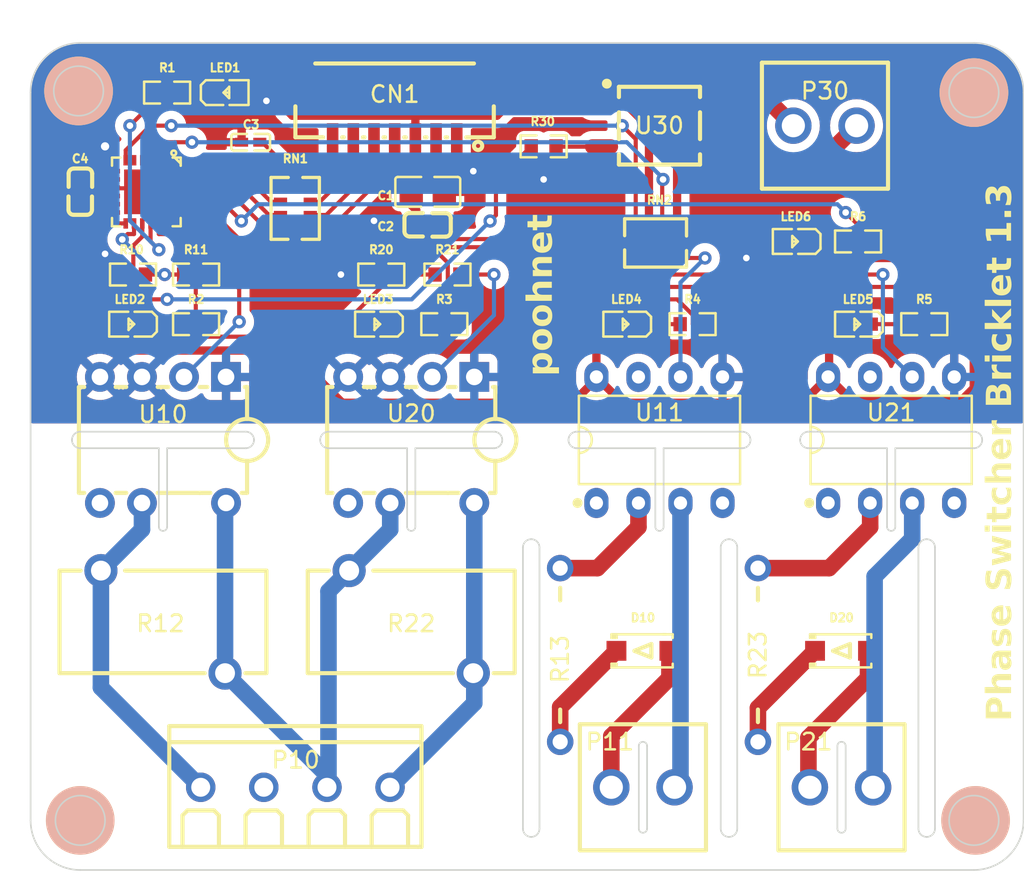
<source format=kicad_pcb>
(kicad_pcb (version 20221018) (generator pcbnew)
  (layers (0 "F.Cu" signal) (31 "B.Cu" signal) (34 "B.Paste" user) (35 "F.Paste" user) (36 "B.SilkS" user "B.Silkscreen") (37 "F.SilkS" user "F.Silkscreen") (38 "B.Mask" user) (39 "F.Mask" user) (44 "Edge.Cuts" user))
  (net 0 "")
  (net 1 "GND")
  (net 2 "3V3")
  (net 3 "S-MISO")
  (net 4 "S-MOSI")
  (net 5 "S-CLK")
  (net 6 "S-CS")
  (net 7 "Net-(LED2--)")
  (net 8 "Net-(LED3--)")
  (net 9 "LED1")
  (net 10 "LED2")
  (net 11 "LED3")
  (net 12 "Net-(C3-Pad1)")
  (net 13 "Net-(LED1--)")
  (net 14 "Net-(CN1-Pad4)")
  (net 16 "Net-(CN1-Pad5)")
  (net 17 "Net-(CN1-Pad6)")
  (net 18 "CP")
  (net 19 "Relay1")
  (net 22 "Relay2")
  (net 23 "Net-(LED4--)")
  (net 24 "LED4")
  (net 25 "Net-(LED5--)")
  (net 26 "LED5")
  (net 28 "AC1")
  (net 29 "AC2")
  (net 32 "Net-(LED6--)")
  (net 33 "LED6")
  (net 35 "Net-(U11-VF+)")
  (net 38 "Net-(U21-VF-)")
  (net 39 "Net-(U21-VF+)")
  (net 43 "Net-(D20-K)")
  (net 44 "Net-(D20-A)")
  (net 45 "Net-(D10-K)")
  (net 46 "Net-(P10-Pad1)")
  (net 47 "Net-(R11-Pad2)")
  (net 48 "Net-(P10-Pad4)")
  (net 49 "Net-(D10-A)")
  (net 50 "Net-(U11-VF-)")
  (net 51 "Net-(P30-Pad1)")
  (net 52 "Net-(P30-Pad2)")
  (net 53 "Net-(R30-Pad2)")
  (net 58 "Net-(R21-Pad2)")
  (net 59 "Net-(P10-Pad2)")
  (net 61 "Net-(U21-VO)")
  (net 62 "Net-(U11-VO)")
  (footprint "easyeda2kicad:R0603" (layer "F.Cu") (at 100 52)
    (fp_text reference "R6")
    (fp_text value "1K")
  )
  (footprint "easyeda2kicad:CONN-TH_2P-P3.81_KF124-3.81-2P" (layer "F.Cu") (at 98 45 180)
    (fp_text reference "P30")
    (fp_text value "WJ124-3.81-2P")
  )
  (footprint "easyeda2kicad:R0603" (layer "F.Cu") (at 104 57)
    (fp_text reference "R5")
    (fp_text value "1K")
  )
  (footprint "easyeda2kicad:R0603" (layer "F.Cu") (at 71.1905 54 180)
    (fp_text reference "R20")
    (fp_text value "1K")
  )
  (footprint "easyeda2kicad:LED0603-RD" (layer "F.Cu") (at 96.24 52 180)
    (fp_text reference "LED6")
    (fp_text value "blue")
  )
  (footprint "easyeda2kicad:LED0603-RD" (layer "F.Cu") (at 56.14 57 180)
    (fp_text reference "LED2")
    (fp_text value "blue" hide)
  )
  (footprint "easyeda2kicad:RES-TH_L12.5-W6.2-P7.50-D0.9-S6.20" (layer "F.Cu") (at 58 75)
    (fp_text reference "R12")
    (fp_text value "10D391K")
  )
  (footprint "easyeda2kicad:CONN-TH_2P-P3.81_KF124-3.81-2P" (layer "F.Cu") (at 99 85)
    (fp_text reference "P21")
    (fp_text value "WJ124-3.81-2P")
  )
  (footprint "easyeda2kicad:LED0603-RD" (layer "F.Cu") (at 100 57 180)
    (fp_text reference "LED5")
    (fp_text value "blue")
  )
  (footprint "easyeda2kicad:RES-ARRAY-SMD_0603-8P-L3.2-W1.6-BL" (layer "F.Cu") (at 87.765 52.1)
    (fp_text reference "RN2")
    (fp_text value "10K")
  )
  (footprint "easyeda2kicad:LED0603-RD" (layer "F.Cu") (at 86 57 180)
    (fp_text reference "LED4")
    (fp_text value "blue")
  )
  (footprint "easyeda2kicad:R0603" (layer "F.Cu") (at 60 57)
    (fp_text reference "R2")
    (fp_text value "1K")
  )
  (footprint "easyeda2kicad:R0603" (layer "F.Cu") (at 60 54)
    (fp_text reference "R11")
    (fp_text value "150")
  )
  (footprint "easyeda2kicad:DIP-8_7P-L9.7-W6.4-P2.54-LS7.6-BL-PE7" (layer "F.Cu") (at 58 64 180)
    (fp_text reference "U10")
    (fp_text value "AQH2223")
  )
  (footprint "easyeda2kicad:R0603" (layer "F.Cu") (at 81 46.25)
    (fp_text reference "R30")
    (fp_text value "1K")
  )
  (footprint "easyeda2kicad:RES-ARRAY-SMD_0603-8P-L3.2-W1.6-BL" (layer "F.Cu") (at 66 50 90)
    (fp_text reference "RN1")
    (fp_text value "CRA034RJ82RP05" hide)
  )
  (footprint "easyeda2kicad:RES-TH_BD2.2-L6.5-P10.50-D0.6" (layer "F.Cu") (at 82 77 90)
    (fp_text reference "R13")
    (fp_text value "RN1/2WS249KΩFT/BA1")
  )
  (footprint "easyeda2kicad:LED0603-RD" (layer "F.Cu") (at 71 57 180)
    (fp_text reference "LED3")
    (fp_text value "blue" hide)
  )
  (footprint "easyeda2kicad:C0805" (layer "F.Cu") (at 74 49)
    (fp_text reference "C1")
    (fp_text value "10uF")
  )
  (footprint "easyeda2kicad:R0603" (layer "F.Cu") (at 75.1905 54)
    (fp_text reference "R21")
    (fp_text value "150")
  )
  (footprint "easyeda2kicad:C0402" (layer "F.Cu") (at 63.3 46 180)
    (fp_text reference "C3")
    (fp_text value "220pF")
  )
  (footprint "easyeda2kicad:VQFN-24_L4.0-W4.0-P0.50-TL-EP2.7" (layer "F.Cu") (at 57 49 -90)
    (fp_text reference "U1" hide)
    (fp_text value "XMC1302-Q024X0032-AB")
  )
  (footprint "easyeda2kicad:R0603" (layer "F.Cu") (at 58.25 43 180)
    (fp_text reference "R1")
    (fp_text value "1K")
  )
  (footprint "easyeda2kicad:DIP-8_7P-L9.7-W6.4-P2.54-LS7.6-BL-PE7" (layer "F.Cu") (at 73 64 180)
    (fp_text reference "U20")
    (fp_text value "AQH2223")
  )
  (footprint "easyeda2kicad:RES-TH_BD2.2-L6.5-P10.50-D0.6" (layer "F.Cu") (at 93.95 77 90)
    (fp_text reference "R23")
    (fp_text value "RN1/2WS249KΩFT/BA1")
  )
  (footprint "easyeda2kicad:CONN-TH_4P-P3.81_KF124-3.81-4P" (layer "F.Cu") (at 66 85 -90)
    (fp_text reference "P10")
    (fp_text value "WJ124-3.81-4P")
  )
  (footprint "easyeda2kicad:SOP-4_L4.3-W4.4-P2.54-LS7.0-BL" (layer "F.Cu") (at 88 45 -90)
    (fp_text reference "U30")
    (fp_text value "AQY282SX")
  )
  (footprint "easyeda2kicad:CONN-TH_2P-P3.81_KF124-3.81-2P" (layer "F.Cu") (at 87 85)
    (fp_text reference "P11")
    (fp_text value "WJ124-3.81-2P")
  )
  (footprint "easyeda2kicad:CONN-SMD_7P-P1.25_HCTL_HC-GH-7PWTKK" (layer "F.Cu") (at 72 44 180)
    (fp_text reference "CN1")
    (fp_text value "HC-GH-7PWTKK")
  )
  (footprint "easyeda2kicad:LED0603-RD" (layer "F.Cu") (at 61.78 43)
    (fp_text reference "LED1")
    (fp_text value "blue" hide)
  )
  (footprint "easyeda2kicad:R0603" (layer "F.Cu") (at 75 57)
    (fp_text reference "R3")
    (fp_text value "1K")
  )
  (footprint "easyeda2kicad:DIP-8_L9.4-W6.4-P2.54-LS9.1-BL" (layer "F.Cu") (at 102 64)
    (fp_text reference "U21")
    (fp_text value "6N139M")
  )
  (footprint "easyeda2kicad:SOD-123FL_L2.8-W1.8-LS3.7-RD" (layer "F.Cu") (at 99 76.75)
    (fp_text reference "D20")
    (fp_text value "1N4007")
  )
  (footprint "easyeda2kicad:C0603" (layer "F.Cu") (at 53 49 -90)
    (fp_text reference "C4")
    (fp_text value "100nF")
  )
  (footprint "easyeda2kicad:DIP-8_L9.4-W6.4-P2.54-LS9.1-BL" (layer "F.Cu") (at 88 64)
    (fp_text reference "U11")
    (fp_text value "6N139M")
  )
  (footprint "easyeda2kicad:SOD-123FL_L2.8-W1.8-LS3.7-RD" (layer "F.Cu") (at 87 76.75)
    (fp_text reference "D10")
    (fp_text value "1N4007")
  )
  (footprint "easyeda2kicad:R0603" (layer "F.Cu") (at 90 57)
    (fp_text reference "R4")
    (fp_text value "1K")
  )
  (footprint "easyeda2kicad:RES-TH_L12.5-W6.2-P7.50-D0.9-S6.20" (layer "F.Cu") (at 73 75)
    (fp_text reference "R22")
    (fp_text value "10D391K")
  )
  (footprint "easyeda2kicad:C0603" (layer "F.Cu") (at 74 51)
    (fp_text reference "C2")
    (fp_text value "1uF" hide)
  )
  (footprint "easyeda2kicad:R0603" (layer "F.Cu") (at 56.19 54 180)
    (fp_text reference "R10")
    (fp_text value "1K")
  )
  (gr_circle (center 107.000001 42.999999) (end 109.000001 42.999999) (stroke (width 0.15)) (fill solid) (layer "B.SilkS"))
  (gr_circle (center 52.9 42.9) (end 54.9 42.9) (stroke (width 0.15)) (fill solid) (layer "B.SilkS"))
  (gr_circle (center 52.999999 87.000001) (end 54.999999 87.000001) (stroke (width 0.15)) (fill solid) (layer "B.SilkS"))
  (gr_circle (center 107.100001 87.000001) (end 109.100001 87.000001) (stroke (width 0.15)) (fill solid) (layer "B.SilkS"))
  (gr_circle (center 52.999999 87.000001) (end 54.999999 87.000001) (stroke (width 0.15)) (fill solid) (layer "F.SilkS"))
  (gr_circle (center 52.9 42.9) (end 54.9 42.9) (stroke (width 0.15)) (fill solid) (layer "F.SilkS"))
  (gr_circle (center 107.000001 42.999999) (end 109.000001 42.999999) (stroke (width 0.15)) (fill solid) (layer "F.SilkS"))
  (gr_circle (center 107.100001 87.000001) (end 109.100001 87.000001) (stroke (width 0.15)) (fill solid) (layer "F.SilkS"))
  (gr_line (start 92.2 88) (end 92.2 88) (stroke (width 0.1)) (layer "Edge.Cuts"))
  (gr_arc (start 78.5 64) (mid 78.353553 64.353553) (end 78 64.5) (stroke (width 0.1)) (layer "Edge.Cuts"))
  (gr_circle (center 107.000001 42.999999) (end 108.500001 42.999999) (stroke (width 0.1)) (fill none) (layer "Edge.Cuts"))
  (gr_arc (start 63 63.5) (mid 63.353553 63.646447) (end 63.5 64) (stroke (width 0.1)) (layer "Edge.Cuts"))
  (gr_line (start 78 64.5) (end 73.25 64.5) (stroke (width 0.1)) (layer "Edge.Cuts"))
  (gr_line (start 72.75 64.5) (end 72.75 69.25) (stroke (width 0.09906)) (layer "Edge.Cuts"))
  (gr_line (start 87.75 64.5) (end 87.75 69.25) (stroke (width 0.09906)) (layer "Edge.Cuts"))
  (gr_line (start 92.2 70) (end 92.2 70) (stroke (width 0.1)) (layer "Edge.Cuts"))
  (gr_circle (center 52.999999 87.000001) (end 54.499999 87.000001) (stroke (width 0.1)) (fill none) (layer "Edge.Cuts"))
  (gr_arc (start 83 64.5) (mid 82.646447 64.353553) (end 82.5 64) (stroke (width 0.1)) (layer "Edge.Cuts"))
  (gr_arc (start 52.5 64) (mid 52.646447 63.646447) (end 53 63.5) (stroke (width 0.1)) (layer "Edge.Cuts"))
  (gr_arc (start 80.75 87.5) (mid 80.603553 87.853553) (end 80.25 88) (stroke (width 0.1)) (layer "Edge.Cuts"))
  (gr_line (start 78.5 64) (end 78.5 64) (stroke (width 0.1)) (layer "Edge.Cuts"))
  (gr_arc (start 79.75 70.5) (mid 79.896447 70.146447) (end 80.25 70) (stroke (width 0.1)) (layer "Edge.Cuts"))
  (gr_line (start 92.7 70.5) (end 92.7 87.5) (stroke (width 0.1)) (layer "Edge.Cuts"))
  (gr_line (start 104.146447 88) (end 104.146447 88) (stroke (width 0.1)) (layer "Edge.Cuts"))
  (gr_arc (start 96.5 64) (mid 96.646447 63.646447) (end 97 63.5) (stroke (width 0.1)) (layer "Edge.Cuts"))
  (gr_arc (start 68 64.5) (mid 67.646447 64.353553) (end 67.5 64) (stroke (width 0.1)) (layer "Edge.Cuts"))
  (gr_line (start 102.25 69.25) (end 102.25 64.5) (stroke (width 0.09906)) (layer "Edge.Cuts"))
  (gr_arc (start 107 63.5) (mid 107.353553 63.646447) (end 107.5 64) (stroke (width 0.1)) (layer "Edge.Cuts"))
  (gr_arc (start 88.25 69.25) (mid 88 69.5) (end 87.75 69.25) (stroke (width 0.09906)) (layer "Edge.Cuts"))
  (gr_line (start 93.5 64) (end 93.5 64) (stroke (width 0.1)) (layer "Edge.Cuts"))
  (gr_line (start 79.75 87.5) (end 79.75 70.5) (stroke (width 0.1)) (layer "Edge.Cuts"))
  (gr_line (start 58.25 69.25) (end 58.25 64.5) (stroke (width 0.09906)) (layer "Edge.Cuts"))
  (gr_line (start 63 64.5) (end 58.25 64.5) (stroke (width 0.1)) (layer "Edge.Cuts"))
  (gr_arc (start 53 90) (mid 50.878679 89.121321) (end 50 87) (stroke (width 0.1)) (layer "Edge.Cuts"))
  (gr_circle (center 107.000001 87.000001) (end 108.500001 87.000001) (stroke (width 0.1)) (fill none) (layer "Edge.Cuts"))
  (gr_line (start 88.25 69.25) (end 88.25 64.5) (stroke (width 0.09906)) (layer "Edge.Cuts"))
  (gr_line (start 87.75 64.5) (end 83 64.5) (stroke (width 0.1)) (layer "Edge.Cuts"))
  (gr_arc (start 103.646447 70.5) (mid 103.792894 70.146447) (end 104.146447 70) (stroke (width 0.1)) (layer "Edge.Cuts"))
  (gr_arc (start 86.75 82.5) (mid 87 82.25) (end 87.25 82.5) (stroke (width 0.09906)) (layer "Edge.Cuts"))
  (gr_arc (start 92.2 88) (mid 91.846447 87.853553) (end 91.7 87.5) (stroke (width 0.1)) (layer "Edge.Cuts"))
  (gr_arc (start 63.5 64) (mid 63.353553 64.353553) (end 63 64.5) (stroke (width 0.1)) (layer "Edge.Cuts"))
  (gr_line (start 91.7 87.5) (end 91.7 70.5) (stroke (width 0.1)) (layer "Edge.Cuts"))
  (gr_arc (start 80.25 70) (mid 80.603553 70.146447) (end 80.75 70.5) (stroke (width 0.1)) (layer "Edge.Cuts"))
  (gr_line (start 80.25 88) (end 80.25 88) (stroke (width 0.1)) (layer "Edge.Cuts"))
  (gr_arc (start 93 63.5) (mid 93.353553 63.646447) (end 93.5 64) (stroke (width 0.1)) (layer "Edge.Cuts"))
  (gr_line (start 53 63.5) (end 63 63.5) (stroke (width 0.1)) (layer "Edge.Cuts"))
  (gr_line (start 68 63.5) (end 78 63.5) (stroke (width 0.1)) (layer "Edge.Cuts"))
  (gr_line (start 99.25 87.5) (end 99.25 82.5) (stroke (width 0.09906)) (layer "Edge.Cuts"))
  (gr_arc (start 104.646447 87.5) (mid 104.5 87.853553) (end 104.146447 88) (stroke (width 0.1)) (layer "Edge.Cuts"))
  (gr_arc (start 110 87) (mid 109.121321 89.121321) (end 107 90) (stroke (width 0.1)) (layer "Edge.Cuts"))
  (gr_line (start 86.75 82.5) (end 86.75 87.5) (stroke (width 0.09906)) (layer "Edge.Cuts"))
  (gr_arc (start 80.25 88) (mid 79.896447 87.853553) (end 79.75 87.5) (stroke (width 0.1)) (layer "Edge.Cuts"))
  (gr_arc (start 98.75 82.5) (mid 99 82.25) (end 99.25 82.5) (stroke (width 0.09906)) (layer "Edge.Cuts"))
  (gr_line (start 53 90) (end 107 90) (stroke (width 0.1)) (layer "Edge.Cuts"))
  (gr_line (start 80.25 70) (end 80.25 70) (stroke (width 0.1)) (layer "Edge.Cuts"))
  (gr_arc (start 107 40) (mid 109.121321 40.878679) (end 110 43) (stroke (width 0.1)) (layer "Edge.Cuts"))
  (gr_arc (start 104.146447 70) (mid 104.5 70.146447) (end 104.646447 70.5) (stroke (width 0.1)) (layer "Edge.Cuts"))
  (gr_line (start 83 63.5) (end 93 63.5) (stroke (width 0.1)) (layer "Edge.Cuts"))
  (gr_line (start 96.5 64) (end 96.5 64) (stroke (width 0.1)) (layer "Edge.Cuts"))
  (gr_line (start 98.75 82.5) (end 98.75 87.5) (stroke (width 0.09906)) (layer "Edge.Cuts"))
  (gr_arc (start 104.146447 88) (mid 103.792894 87.853553) (end 103.646447 87.5) (stroke (width 0.1)) (layer "Edge.Cuts"))
  (gr_line (start 63.5 64) (end 63.5 64) (stroke (width 0.1)) (layer "Edge.Cuts"))
  (gr_line (start 50 43) (end 50 87) (stroke (width 0.1)) (layer "Edge.Cuts"))
  (gr_line (start 87.25 87.5) (end 87.25 82.5) (stroke (width 0.09906)) (layer "Edge.Cuts"))
  (gr_line (start 104.146447 70) (end 104.146447 70) (stroke (width 0.1)) (layer "Edge.Cuts"))
  (gr_arc (start 78 63.5) (mid 78.353553 63.646447) (end 78.5 64) (stroke (width 0.1)) (layer "Edge.Cuts"))
  (gr_arc (start 87.25 87.5) (mid 87 87.75) (end 86.75 87.5) (stroke (width 0.09906)) (layer "Edge.Cuts"))
  (gr_arc (start 50 43) (mid 50.878679 40.878679) (end 53 40) (stroke (width 0.1)) (layer "Edge.Cuts"))
  (gr_arc (start 107.5 64) (mid 107.353553 64.353553) (end 107 64.5) (stroke (width 0.1)) (layer "Edge.Cuts"))
  (gr_arc (start 93.5 64) (mid 93.353553 64.353553) (end 93 64.5) (stroke (width 0.1)) (layer "Edge.Cuts"))
  (gr_line (start 52.5 64) (end 52.5 64) (stroke (width 0.1)) (layer "Edge.Cuts"))
  (gr_line (start 73.25 69.25) (end 73.25 64.5) (stroke (width 0.09906)) (layer "Edge.Cuts"))
  (gr_line (start 82.5 64) (end 82.5 64) (stroke (width 0.1)) (layer "Edge.Cuts"))
  (gr_line (start 107.5 64) (end 107.5 64) (stroke (width 0.1)) (layer "Edge.Cuts"))
  (gr_line (start 103.646447 87.5) (end 103.646447 70.5) (stroke (width 0.1)) (layer "Edge.Cuts"))
  (gr_line (start 101.75 64.5) (end 97 64.5) (stroke (width 0.1)) (layer "Edge.Cuts"))
  (gr_arc (start 67.5 64) (mid 67.646447 63.646447) (end 68 63.5) (stroke (width 0.1)) (layer "Edge.Cuts"))
  (gr_line (start 104.646447 70.5) (end 104.646447 87.5) (stroke (width 0.1)) (layer "Edge.Cuts"))
  (gr_line (start 93 64.5) (end 88.25 64.5) (stroke (width 0.1)) (layer "Edge.Cuts"))
  (gr_arc (start 97 64.5) (mid 96.646447 64.353553) (end 96.5 64) (stroke (width 0.1)) (layer "Edge.Cuts"))
  (gr_arc (start 102.25 69.25) (mid 102 69.5) (end 101.75 69.25) (stroke (width 0.09906)) (layer "Edge.Cuts"))
  (gr_line (start 107 64.5) (end 102.25 64.5) (stroke (width 0.1)) (layer "Edge.Cuts"))
  (gr_arc (start 73.25 69.25) (mid 73 69.5) (end 72.75 69.25) (stroke (width 0.09906)) (layer "Edge.Cuts"))
  (gr_line (start 53 40) (end 107 40) (stroke (width 0.1)) (layer "Edge.Cuts"))
  (gr_arc (start 92.7 87.5) (mid 92.553553 87.853553) (end 92.2 88) (stroke (width 0.1)) (layer "Edge.Cuts"))
  (gr_line (start 101.75 64.5) (end 101.75 69.25) (stroke (width 0.09906)) (layer "Edge.Cuts"))
  (gr_arc (start 91.7 70.5) (mid 91.846447 70.146447) (end 92.2 70) (stroke (width 0.1)) (layer "Edge.Cuts"))
  (gr_arc (start 99.25 87.5) (mid 99 87.75) (end 98.75 87.5) (stroke (width 0.09906)) (layer "Edge.Cuts"))
  (gr_arc (start 58.25 69.25) (mid 58 69.5) (end 57.75 69.25) (stroke (width 0.09906)) (layer "Edge.Cuts"))
  (gr_line (start 80.75 70.5) (end 80.75 87.5) (stroke (width 0.1)) (layer "Edge.Cuts"))
  (gr_line (start 72.75 64.5) (end 68 64.5) (stroke (width 0.1)) (layer "Edge.Cuts"))
  (gr_arc (start 92.2 70) (mid 92.553553 70.146447) (end 92.7 70.5) (stroke (width 0.1)) (layer "Edge.Cuts"))
  (gr_line (start 67.5 64) (end 67.5 64) (stroke (width 0.1)) (layer "Edge.Cuts"))
  (gr_line (start 97 63.5) (end 107 63.5) (stroke (width 0.1)) (layer "Edge.Cuts"))
  (gr_circle (center 52.9 42.9) (end 54.4 42.9) (stroke (width 0.1)) (fill none) (layer "Edge.Cuts"))
  (gr_line (start 110 43) (end 110 87) (stroke (width 0.1)) (layer "Edge.Cuts"))
  (gr_arc (start 82.5 64) (mid 82.646447 63.646447) (end 83 63.5) (stroke (width 0.1)) (layer "Edge.Cuts"))
  (gr_line (start 57.75 64.5) (end 53 64.5) (stroke (width 0.1)) (layer "Edge.Cuts"))
  (gr_arc (start 53 64.5) (mid 52.646447 64.353553) (end 52.5 64) (stroke (width 0.1)) (layer "Edge.Cuts"))
  (gr_line (start 57.75 64.5) (end 57.75 69.25) (stroke (width 0.09906)) (layer "Edge.Cuts"))
  (gr_text "poohnet" (at 81.75 55.25 90) (layer "F.SilkS") (effects (font (size 1.5 1.5) (thickness 0.3) bold) (justify bottom)))
  (gr_text "Phase Switcher Bricklet 1.3" (at 109.5 64.75 90) (layer "F.SilkS") (effects (font (size 1.5 1.5) (thickness 0.3) bold) (justify bottom)))
  (segment (start 54.672773 48.785) (end 56.785 48.785) (width 0.25) (layer "F.Cu") (net 1))
  (segment (start 70.1686 54) (end 70.4405 54) (width 0.25) (layer "F.Cu") (net 1))
  (segment (start 54.5 46.25) (end 53 47.75) (width 0.5) (layer "F.Cu") (net 1))
  (segment (start 74.5 48.5) (end 74.5 45.75) (width 0.5) (layer "F.Cu") (net 1))
  (segment (start 53 48.3) (end 54.187773 48.3) (width 0.5) (layer "F.Cu") (net 1))
  (segment (start 75 49) (end 74.5 48.5) (width 0.5) (layer "F.Cu") (net 1))
  (segment (start 53 47.75) (end 53 48.3) (width 0.5) (layer "F.Cu") (net 1))
  (segment (start 64.25 43.5) (end 62.75 45) (width 0.5) (layer "F.Cu") (net 1))
  (segment (start 54.5 52.75) (end 54.5 53.06) (width 0.5) (layer "F.Cu") (net 1))
  (segment (start 68.75 54) (end 70.4405 54) (width 0.5) (layer "F.Cu") (net 1))
  (segment (start 62.75 45) (end 62.75 46) (width 0.5) (layer "F.Cu") (net 1))
  (segment (start 54.187773 48.3) (end 54.672773 48.785) (width 0.25) (layer "F.Cu") (net 1))
  (segment (start 56.785 48.785) (end 57 49) (width 0.25) (layer "F.Cu") (net 1))
  (segment (start 54.5 53.06) (end 55.44 54) (width 0.5) (layer "F.Cu") (net 1))
  (via (at 54.5 46.25) (size 1) (drill 0.5) (layers "F.Cu" "B.Cu") (net 1))
  (via (at 81 48.25) (size 0.8) (drill 0.4) (layers "F.Cu" "B.Cu") (net 1))
  (via (at 68.75 54) (size 0.8) (drill 0.4) (layers "F.Cu" "B.Cu") (net 1))
  (via (at 64.25 43.5) (size 0.8) (drill 0.4) (layers "F.Cu" "B.Cu") (net 1))
  (via (at 76.75 47.75) (size 0.8) (drill 0.4) (layers "F.Cu" "B.Cu") (net 1))
  (via (at 54.5 52.75) (size 0.8) (drill 0.4) (layers "F.Cu" "B.Cu") (net 1))
  (via (at 93.25 53) (size 0.8) (drill 0.4) (layers "F.Cu" "B.Cu") (net 1))
  (via (at 70.75 50.75) (size 0.8) (drill 0.4) (layers "F.Cu" "B.Cu") (net 1))
  (segment (start 84.19 60.31) (end 82.75 61.75) (width 0.5) (layer "F.Cu") (net 2))
  (segment (start 98.25 60.13) (end 98.19 60.19) (width 0.5) (layer "F.Cu") (net 2))
  (segment (start 70.2 57.05) (end 68.6561 58.5939) (width 0.5) (layer "F.Cu") (net 2))
  (segment (start 53 55.0859) (end 53 50) (width 0.5) (layer "F.Cu") (net 2))
  (segment (start 106.99 60.858772) (end 106.298772 61.55) (width 0.5) (layer "F.Cu") (net 2))
  (segment (start 65.47 44.05) (end 65.47 42.97) (width 0.5) (layer "F.Cu") (net 2))
  (segment (start 96.44 53) (end 102.75 53) (width 0.5) (layer "F.Cu") (net 2))
  (segment (start 86 43.73) (end 87.365 45.095) (width 0.5) (layer "F.Cu") (net 2))
  (segment (start 73 49) (end 73 47.8731) (width 0.5) (layer "F.Cu") (net 2))
  (segment (start 65.8181 44.3981) (end 65.47 44.05) (width 0.5) (layer "F.Cu") (net 2))
  (segment (start 94.64 51.2) (end 95.44 52) (width 0.5) (layer "F.Cu") (net 2))
  (segment (start 73.25 45.75) (end 73.25 44.3981) (width 0.5) (layer "F.Cu") (net 2))
  (segment (start 99.2 57) (end 98.25 57.95) (width 0.5) (layer "F.Cu") (net 2))
  (segment (start 84.19 60.19) (end 84.19 60.31) (width 0.5) (layer "F.Cu") (net 2))
  (segment (start 89.065 51.1) (end 88.965 51.2) (width 0.5) (layer "F.Cu") (net 2))
  (segment (start 62.58 43) (end 61.33 41.75) (width 0.5) (layer "F.Cu") (net 2))
  (segment (start 87.365 45.095) (end 87.365 51.2) (width 0.5) (layer "F.Cu") (net 2))
  (segment (start 65.75 58.669) (end 65.75 58.5939) (width 0.5) (layer "F.Cu") (net 2))
  (segment (start 85.2 57.05) (end 84.19 58.06) (width 0.5) (layer "F.Cu") (net 2))
  (segment (start 54.3246 49.25) (end 55.09 49.25) (width 0.2798) (layer "F.Cu") (net 2))
  (segment (start 73 47.8731) (end 73.25 47.6231) (width 0.5) (layer "F.Cu") (net 2))
  (segment (start 55.34 57.4259) (end 53 55.0859) (width 0.5) (layer "F.Cu") (net 2))
  (segment (start 55.34 57.8519) (end 55.34 57.4259) (width 0.5) (layer "F.Cu") (net 2))
  (segment (start 68.831 61.75) (end 65.75 58.669) (width 0.5) (layer "F.Cu") (net 2))
  (segment (start 51.75 46.75) (end 51.75 49.25) (width 0.5) (layer "F.Cu") (net 2))
  (segment (start 65 42.5) (end 63.08 42.5) (width 0.5) (layer "F.Cu") (net 2))
  (segment (start 99.55 61.55) (end 98.19 60.19) (width 0.5) (layer "F.Cu") (net 2))
  (segment (start 73.3 51) (end 73.3 50.0981) (width 0.5) (layer "F.Cu") (net 2))
  (segment (start 54.3246 49.25) (end 53.75 49.25) (width 0.5) (layer "F.Cu") (net 2))
  (segment (start 55.34 57) (end 55.34 57.4259) (width 0.5) (layer "F.Cu") (net 2))
  (segment (start 106.99 57.24) (end 106.99 60.858772) (width 0.5) (layer "F.Cu") (net 2))
  (segment (start 85.75 61.75) (end 96.63 61.75) (width 0.5) (layer "F.Cu") (net 2))
  (segment (start 73.25 47.6231) (end 73.25 45.75) (width 0.5) (layer "F.Cu") (net 2))
  (segment (start 73.25 44.3981) (end 65.8181 44.3981) (width 0.5) (layer "F.Cu") (net 2))
  (segment (start 96.63 61.75) (end 98.19 60.19) (width 0.5) (layer "F.Cu") (net 2))
  (segment (start 95.44 52) (end 96.44 53) (width 0.5) (layer "F.Cu") (net 2))
  (segment (start 51.75 49.25) (end 52.2 49.7) (width 0.5) (layer "F.Cu") (net 2))
  (segment (start 73 49.7981) (end 73 49) (width 0.5) (layer "F.Cu") (net 2))
  (segment (start 63.08 42.5) (end 62.58 43) (width 0.5) (layer "F.Cu") (net 2))
  (segment (start 84.19 60.19) (end 85.75 61.75) (width 0.5) (layer "F.Cu") (net 2))
  (segment (start 61.33 41.75) (end 56.75 41.75) (width 0.5) (layer "F.Cu") (net 2))
  (segment (start 89.065 46.795) (end 89.065 51.1) (width 0.5) (layer "F.Cu") (net 2))
  (segment (start 68.6561 58.5939) (end 56.082 58.5939) (width 0.5) (layer "F.Cu") (net 2))
  (segment (start 56.082 58.5939) (end 55.34 57.8519) (width 0.5) (layer "F.Cu") (net 2))
  (segment (start 85.2 57) (end 85.2 57.05) (width 0.5) (layer "F.Cu") (net 2))
  (segment (start 84.5 43.73) (end 86 43.73) (width 0.5) (layer "F.Cu") (net 2))
  (segment (start 84.5 43.73) (end 78.85 43.73) (width 0.5) (layer "F.Cu") (net 2))
  (segment (start 65.47 42.97) (end 65 42.5) (width 0.5) (layer "F.Cu") (net 2))
  (segment (start 73.3 50.0981) (end 73 49.7981) (width 0.5) (layer "F.Cu") (net 2))
  (segment (start 87.365 45.095) (end 89.065 46.795) (width 0.5) (layer "F.Cu") (net 2))
  (segment (start 53.75 49.25) (end 53 50) (width 0.5) (layer "F.Cu") (net 2))
  (segment (start 84.19 58.06) (end 84.19 60.19) (width 0.5) (layer "F.Cu") (net 2))
  (segment (start 82.75 61.75) (end 68.831 61.75) (width 0.5) (layer "F.Cu") (net 2))
  (segment (start 102.75 53) (end 106.99 57.24) (width 0.5) (layer "F.Cu") (net 2))
  (segment (start 53 50) (end 53 49.7) (width 0.5) (layer "F.Cu") (net 2))
  (segment (start 98.25 57.95) (end 98.25 60.13) (width 0.5) (layer "F.Cu") (net 2))
  (segment (start 78.1819 44.3981) (end 73.25 44.3981) (width 0.5) (layer "F.Cu") (net 2))
  (segment (start 88.965 51.2) (end 94.64 51.2) (width 0.5) (layer "F.Cu") (net 2))
  (segment (start 56.75 41.75) (end 51.75 46.75) (width 0.5) (layer "F.Cu") (net 2))
  (segment (start 70.2 57) (end 70.2 57.05) (width 0.5) (layer "F.Cu") (net 2))
  (segment (start 106.298772 61.55) (end 99.55 61.55) (width 0.5) (layer "F.Cu") (net 2))
  (segment (start 78.85 43.73) (end 78.1819 44.3981) (width 0.5) (layer "F.Cu") (net 2))
  (segment (start 52.2 49.7) (end 53 49.7) (width 0.5) (layer "F.Cu") (net 2))
  (segment (start 58.25 47.09) (end 63.09 47.09) (width 0.25) (layer "F.Cu") (net 3))
  (segment (start 64.8 48.8) (end 65.1 48.8) (width 0.25) (layer "F.Cu") (net 3))
  (segment (start 63.09 47.09) (end 64.8 48.8) (width 0.25) (layer "F.Cu") (net 3))
  (segment (start 58.91 47.75) (end 62.675 47.75) (width 0.25) (layer "F.Cu") (net 4))
  (segment (start 62.675 47.75) (end 64.525 49.6) (width 0.25) (layer "F.Cu") (net 4))
  (segment (start 64.525 49.6) (end 65.1 49.6) (width 0.25) (layer "F.Cu") (net 4))
  (segment (start 64.4 50.4) (end 65.1 50.4) (width 0.25) (layer "F.Cu") (net 5))
  (segment (start 58.91 48.25) (end 62.25 48.25) (width 0.25) (layer "F.Cu") (net 5))
  (segment (start 62.25 48.25) (end 64.4 50.4) (width 0.25) (layer "F.Cu") (net 5))
  (segment (start 64.2 51.2) (end 65.1 51.2) (width 0.25) (layer "F.Cu") (net 6))
  (segment (start 58.91 48.75) (end 61.75 48.75) (width 0.25) (layer "F.Cu") (net 6))
  (segment (start 61.75 48.75) (end 64.2 51.2) (width 0.25) (layer "F.Cu") (net 6))
  (segment (start 56.94 57) (end 59.25 57) (width 0.25) (layer "F.Cu") (net 7))
  (segment (start 71.8 57) (end 74.25 57) (width 0.25) (layer "F.Cu") (net 8))
  (segment (start 57.5 43.5) (end 57.5 43) (width 0.25) (layer "F.Cu") (net 9))
  (segment (start 56 45) (end 57.5 43.5) (width 0.25) (layer "F.Cu") (net 9))
  (segment (start 57.25 52) (end 57.25 50.91) (width 0.25) (layer "F.Cu") (net 9))
  (segment (start 57.75 52.5) (end 57.25 52) (width 0.25) (layer "F.Cu") (net 9))
  (via (at 56 45) (size 0.8) (drill 0.4) (layers "F.Cu" "B.Cu") (net 9))
  (via (at 57.75 52.5) (size 0.8) (drill 0.4) (layers "F.Cu" "B.Cu") (net 9))
  (segment (start 56 50.75) (end 57.75 52.5) (width 0.25) (layer "B.Cu") (net 9))
  (segment (start 56 45) (end 56 50.75) (width 0.25) (layer "B.Cu") (net 9))
  (segment (start 59.9819 52.2319) (end 59.9819 56.2319) (width 0.25) (layer "F.Cu") (net 10))
  (segment (start 57.75 51.5519) (end 59.3019 51.5519) (width 0.25) (layer "F.Cu") (net 10))
  (segment (start 59.3019 51.5519) (end 59.9819 52.2319) (width 0.25) (layer "F.Cu") (net 10))
  (segment (start 57.75 50.91) (end 57.75 51.5519) (width 0.25) (layer "F.Cu") (net 10))
  (segment (start 59.9819 56.2319) (end 60.75 57) (width 0.25) (layer "F.Cu") (net 10))
  (segment (start 75.2105 53.285) (end 75.2105 56.4605) (width 0.25) (layer "F.Cu") (net 11))
  (segment (start 58.25 50.91) (end 60.023604 50.91) (width 0.25) (layer "F.Cu") (net 11))
  (segment (start 60.023604 50.91) (end 61.910204 52.7966) (width 0.25) (layer "F.Cu") (net 11))
  (segment (start 75.2105 56.4605) (end 75.75 57) (width 0.25) (layer "F.Cu") (net 11))
  (segment (start 74.7221 52.7966) (end 75.2105 53.285) (width 0.25) (layer "F.Cu") (net 11))
  (segment (start 61.910204 52.7966) (end 74.7221 52.7966) (width 0.25) (layer "F.Cu") (net 11))
  (segment (start 68.25 45.75) (end 68.25 47.6) (width 0.25) (layer "F.Cu") (net 12))
  (segment (start 67.05 48.8) (end 66.9 48.8) (width 0.25) (layer "F.Cu") (net 12))
  (segment (start 64 46) (end 66.8 48.8) (width 0.25) (layer "F.Cu") (net 12))
  (segment (start 66.8 48.8) (end 66.9 48.8) (width 0.25) (layer "F.Cu") (net 12))
  (segment (start 68.25 47.6) (end 67.05 48.8) (width 0.25) (layer "F.Cu") (net 12))
  (segment (start 63.85 46) (end 64 46) (width 0.25) (layer "F.Cu") (net 12))
  (segment (start 60.98 43) (end 59 43) (width 0.25) (layer "F.Cu") (net 13))
  (segment (start 72 47.36345) (end 68.16345 51.2) (width 0.25) (layer "F.Cu") (net 14))
  (segment (start 72 45.75) (end 72 47.36345) (width 0.25) (layer "F.Cu") (net 14))
  (segment (start 68.16345 51.2) (end 66.9 51.2) (width 0.25) (layer "F.Cu") (net 14))
  (segment (start 67.86345 50.4) (end 70.75 47.51345) (width 0.25) (layer "F.Cu") (net 16))
  (segment (start 70.75 47.51345) (end 70.75 45.75) (width 0.25) (layer "F.Cu") (net 16))
  (segment (start 66.9 50.4) (end 67.86345 50.4) (width 0.25) (layer "F.Cu") (net 16))
  (segment (start 67.475 49.6) (end 66.9 49.6) (width 0.25) (layer "F.Cu") (net 17))
  (segment (start 69.5 45.75) (end 69.5 47.575) (width 0.25) (layer "F.Cu") (net 17))
  (segment (start 69.5 47.575) (end 67.475 49.6) (width 0.25) (layer "F.Cu") (net 17))
  (segment (start 78.1188 48.3812) (end 80.25 46.25) (width 0.25) (layer "F.Cu") (net 18))
  (segment (start 56.2081 54.7531) (end 56.2081 52.2465) (width 0.25) (layer "F.Cu") (net 18))
  (segment (start 56.75 51.7046) (end 56.75 50.91) (width 0.25) (layer "F.Cu") (net 18))
  (segment (start 77.76445 50.76445) (end 78.1188 50.4101) (width 0.25) (layer "F.Cu") (net 18))
  (segment (start 56.2081 52.2465) (end 56.75 51.7046) (width 0.25) (layer "F.Cu") (net 18))
  (segment (start 56.955 55.5) (end 56.2081 54.7531) (width 0.25) (layer "F.Cu") (net 18))
  (segment (start 58.25 55.5) (end 56.955 55.5) (width 0.25) (layer "F.Cu") (net 18))
  (segment (start 78.1188 50.4101) (end 78.1188 48.3812) (width 0.25) (layer "F.Cu") (net 18))
  (via (at 58.25 55.5) (size 0.8) (drill 0.4) (layers "F.Cu" "B.Cu") (net 18))
  (via (at 77.76445 50.76445) (size 0.8) (drill 0.4) (layers "F.Cu" "B.Cu") (net 18))
  (segment (start 58.25 55.5) (end 73.0289 55.5) (width 0.25) (layer "B.Cu") (net 18))
  (segment (start 73.0289 55.5) (end 77.76445 50.76445) (width 0.25) (layer "B.Cu") (net 18))
  (segment (start 56.25 50.91) (end 56.25 51.5519) (width 0.25) (layer "F.Cu") (net 19))
  (segment (start 56.94 54) (end 57.6719 54) (width 0.25) (layer "F.Cu") (net 19))
  (segment (start 59.25 54) (end 58.5181 54) (width 0.25) (layer "F.Cu") (net 19))
  (segment (start 56.25 51.5519) (end 55.8663 51.5519) (width 0.25) (layer "F.Cu") (net 19))
  (segment (start 55.8663 51.5519) (end 55.5396 51.8786) (width 0.25) (layer "F.Cu") (net 19))
  (segment (start 57.6719 54) (end 58.1003 54) (width 0.25) (layer "F.Cu") (net 19))
  (segment (start 58.1003 54) (end 58.5181 54) (width 0.25) (layer "F.Cu") (net 19))
  (via (at 55.5396 51.8786) (size 0.8) (drill 0.4) (layers "F.Cu" "B.Cu") (net 19))
  (via (at 58.1003 54) (size 0.8) (drill 0.4) (layers "F.Cu" "B.Cu") (net 19))
  (segment (start 57.661 54) (end 55.5396 51.8786) (width 0.25) (layer "B.Cu") (net 19))
  (segment (start 58.1003 54) (end 57.661 54) (width 0.25) (layer "B.Cu") (net 19))
  (segment (start 56.14 56.35) (end 56.14 57.466) (width 0.25) (layer "F.Cu") (net 22))
  (segment (start 68.1836 57.7569) (end 71.9405 54) (width 0.25) (layer "F.Cu") (net 22))
  (segment (start 55.75 50.91) (end 54.09 50.91) (width 0.25) (layer "F.Cu") (net 22))
  (segment (start 54.09 50.91) (end 53.75 51.25) (width 0.25) (layer "F.Cu") (net 22))
  (segment (start 56.4309 57.7569) (end 68.1836 57.7569) (width 0.25) (layer "F.Cu") (net 22))
  (segment (start 71.9405 54) (end 74.4405 54) (width 0.25) (layer "F.Cu") (net 22))
  (segment (start 53.75 53.96) (end 56.14 56.35) (width 0.25) (layer "F.Cu") (net 22))
  (segment (start 53.75 51.25) (end 53.75 53.96) (width 0.25) (layer "F.Cu") (net 22))
  (segment (start 56.14 57.466) (end 56.4309 57.7569) (width 0.25) (layer "F.Cu") (net 22))
  (segment (start 86.8 57) (end 89.25 57) (width 0.25) (layer "F.Cu") (net 23))
  (segment (start 89.067 55.5) (end 85.75 55.5) (width 0.25) (layer "F.Cu") (net 24))
  (segment (start 85.75 55.5) (end 82.5966 52.3466) (width 0.25) (layer "F.Cu") (net 24))
  (segment (start 90.75 57) (end 90.0181 57) (width 0.25) (layer "F.Cu") (net 24))
  (segment (start 60.25 50.25) (end 58.91 50.25) (width 0.25) (layer "F.Cu") (net 24))
  (segment (start 62.3466 52.3466) (end 60.25 50.25) (width 0.25) (layer "F.Cu") (net 24))
  (segment (start 90.0181 56.4511) (end 89.067 55.5) (width 0.25) (layer "F.Cu") (net 24))
  (segment (start 82.5966 52.3466) (end 62.3466 52.3466) (width 0.25) (layer "F.Cu") (net 24))
  (segment (start 90.0181 57) (end 90.0181 56.4511) (width 0.25) (layer "F.Cu") (net 24))
  (segment (start 100.8 57) (end 103.25 57) (width 0.25) (layer "F.Cu") (net 25))
  (segment (start 102.317 54.75) (end 85.8116 54.75) (width 0.25) (layer "F.Cu") (net 26))
  (segment (start 82.9186 51.857) (end 62.607 51.857) (width 0.25) (layer "F.Cu") (net 26))
  (segment (start 104.75 57) (end 104.567 57) (width 0.25) (layer "F.Cu") (net 26))
  (segment (start 104.567 57) (end 102.317 54.75) (width 0.25) (layer "F.Cu") (net 26))
  (segment (start 85.8116 54.75) (end 82.9186 51.857) (width 0.25) (layer "F.Cu") (net 26))
  (segment (start 60.5 49.75) (end 58.91 49.75) (width 0.25) (layer "F.Cu") (net 26))
  (segment (start 62.607 51.857) (end 60.5 49.75) (width 0.25) (layer "F.Cu") (net 26))
  (segment (start 57.75 46) (end 57.25 46.5) (width 0.25) (layer "F.Cu") (net 28))
  (segment (start 88.215 48.25) (end 88.165 48.3) (width 0.25) (layer "F.Cu") (net 28))
  (segment (start 59.75 46) (end 57.75 46) (width 0.25) (layer "F.Cu") (net 28))
  (segment (start 88.165 48.3) (end 88.165 51.2) (width 0.25) (layer "F.Cu") (net 28))
  (segment (start 57.25 46.5) (end 57.25 47.09) (width 0.25) (layer "F.Cu") (net 28))
  (via (at 59.75 46) (size 0.8) (drill 0.4) (layers "F.Cu" "B.Cu") (net 28))
  (via (at 88.215 48.25) (size 0.8) (drill 0.4) (layers "F.Cu" "B.Cu") (net 28))
  (segment (start 86.025305 46) (end 88.215 48.189695) (width 0.25) (layer "B.Cu") (net 28))
  (segment (start 88.215 48.189695) (end 88.215 48.25) (width 0.25) (layer "B.Cu") (net 28))
  (segment (start 59.75 46) (end 86.025305 46) (width 0.25) (layer "B.Cu") (net 28))
  (segment (start 85.75 45) (end 86.565 45.815) (width 0.25) (layer "F.Cu") (net 29))
  (segment (start 58.5 45) (end 57.235 45) (width 0.25) (layer "F.Cu") (net 29))
  (segment (start 57.235 45) (end 55.75 46.485) (width 0.25) (layer "F.Cu") (net 29))
  (segment (start 86.565 45.815) (end 86.565 51.2) (width 0.25) (layer "F.Cu") (net 29))
  (segment (start 55.75 46.485) (end 55.75 47.09) (width 0.25) (layer "F.Cu") (net 29))
  (via (at 58.5 45) (size 0.8) (drill 0.4) (layers "F.Cu" "B.Cu") (net 29))
  (via (at 85.75 45) (size 0.8) (drill 0.4) (layers "F.Cu" "B.Cu") (net 29))
  (segment (start 85.75 45) (end 58.5 45) (width 0.25) (layer "B.Cu") (net 29))
  (segment (start 97.04 52) (end 99.25 52) (width 0.25) (layer "F.Cu") (net 32))
  (segment (start 61.224694 49.25) (end 58.91 49.25) (width 0.25) (layer "F.Cu") (net 33))
  (segment (start 100.75 51.75) (end 100.75 52) (width 0.25) (layer "F.Cu") (net 33))
  (segment (start 62.737347 50.762653) (end 61.224694 49.25) (width 0.25) (layer "F.Cu") (net 33))
  (segment (start 99.25 50.25) (end 100.75 51.75) (width 0.25) (layer "F.Cu") (net 33))
  (via (at 99.25 50.25) (size 0.8) (drill 0.4) (layers "F.Cu" "B.Cu") (net 33))
  (via (at 62.737347 50.762653) (size 0.8) (drill 0.4) (layers "F.Cu" "B.Cu") (net 33))
  (segment (start 98.75 49.75) (end 63.75 49.75) (width 0.25) (layer "B.Cu") (net 33))
  (segment (start 99.25 50.25) (end 98.75 49.75) (width 0.25) (layer "B.Cu") (net 33))
  (segment (start 63.75 49.75) (end 62.737347 50.762653) (width 0.25) (layer "B.Cu") (net 33))
  (segment (start 86.73 67.81) (end 86.73 69.27) (width 1) (layer "F.Cu") (net 35))
  (segment (start 86.73 69.27) (end 84.25 71.75) (width 1) (layer "F.Cu") (net 35))
  (segment (start 84.25 71.75) (end 82 71.75) (width 1) (layer "F.Cu") (net 35))
  (segment (start 103.27 67.81) (end 103.27 69.98) (width 1) (layer "B.Cu") (net 38))
  (segment (start 103.27 69.98) (end 101 72.25) (width 1) (layer "B.Cu") (net 38))
  (segment (start 101 84.91) (end 100.91 85) (width 1) (layer "B.Cu") (net 38))
  (segment (start 101 72.25) (end 101 84.91) (width 1) (layer "B.Cu") (net 38))
  (segment (start 93.95 71.75) (end 98.25 71.75) (width 1) (layer "F.Cu") (net 39))
  (segment (start 98.25 71.75) (end 100.73 69.27) (width 1) (layer "F.Cu") (net 39))
  (segment (start 100.73 69.27) (end 100.73 67.81) (width 1) (layer "F.Cu") (net 39))
  (segment (start 93.95 80.2) (end 93.95 82.25) (width 1) (layer "F.Cu") (net 43))
  (segment (start 97.4 76.75) (end 93.95 80.2) (width 1) (layer "F.Cu") (net 43))
  (segment (start 100.6 78.4) (end 97 82) (width 1) (layer "F.Cu") (net 44))
  (segment (start 97 82) (end 97 84.91) (width 1) (layer "F.Cu") (net 44))
  (segment (start 100.6 76.75) (end 100.6 78.4) (width 1) (layer "F.Cu") (net 44))
  (segment (start 97 84.91) (end 97.09 85) (width 0.25) (layer "F.Cu") (net 44))
  (segment (start 85.4 76.75) (end 82 80.15) (width 1) (layer "F.Cu") (net 45))
  (segment (start 82 80.15) (end 82 82.25) (width 1) (layer "F.Cu") (net 45))
  (segment (start 76.81 79.91) (end 76.81 67.81) (width 1) (layer "B.Cu") (net 46))
  (segment (start 71.72 85) (end 76.81 79.91) (width 1) (layer "B.Cu") (net 46))
  (segment (start 61.75 54) (end 60.75 54) (width 0.25) (layer "F.Cu") (net 47))
  (segment (start 62.605 56.855) (end 62.605 54.855) (width 0.25) (layer "F.Cu") (net 47))
  (segment (start 62.605 54.855) (end 61.75 54) (width 0.25) (layer "F.Cu") (net 47))
  (via (at 62.605 56.855) (size 0.8) (drill 0.4) (layers "F.Cu" "B.Cu") (net 47))
  (segment (start 62.605 56.855) (end 59.27 60.19) (width 0.25) (layer "B.Cu") (net 47))
  (segment (start 56.73 67.81) (end 56.73 69.42) (width 1) (layer "B.Cu") (net 48))
  (segment (start 56.73 69.42) (end 54.25 71.9) (width 1) (layer "B.Cu") (net 48))
  (segment (start 54.25 78.97) (end 54.25 71.9) (width 1) (layer "B.Cu") (net 48))
  (segment (start 60.28 85) (end 54.25 78.97) (width 1) (layer "B.Cu") (net 48))
  (segment (start 88.6 78.4) (end 88.6 76.75) (width 1) (layer "F.Cu") (net 49))
  (segment (start 85.09 81.91) (end 88.6 78.4) (width 1) (layer "F.Cu") (net 49))
  (segment (start 85.09 85) (end 85.09 81.91) (width 1) (layer "F.Cu") (net 49))
  (segment (start 89.27 67.81) (end 89.27 84.64) (width 1) (layer "B.Cu") (net 50))
  (segment (start 89.27 84.64) (end 88.91 85) (width 1) (layer "B.Cu") (net 50))
  (segment (start 91.5 46.27) (end 93.77 46.27) (width 1) (layer "F.Cu") (net 51))
  (segment (start 95 47.5) (end 97.41 47.5) (width 1) (layer "F.Cu") (net 51))
  (segment (start 97.41 47.5) (end 99.91 45) (width 1) (layer "F.Cu") (net 51))
  (segment (start 93.77 46.27) (end 95 47.5) (width 1) (layer "F.Cu") (net 51))
  (segment (start 91.5 43.73) (end 94.82 43.73) (width 1) (layer "F.Cu") (net 52))
  (segment (start 94.82 43.73) (end 96.09 45) (width 1) (layer "F.Cu") (net 52))
  (segment (start 84.5 46.27) (end 81.77 46.27) (width 0.25) (layer "F.Cu") (net 53))
  (segment (start 81.77 46.27) (end 81.75 46.25) (width 0.25) (layer "F.Cu") (net 53))
  (segment (start 75.9405 54) (end 78 54) (width 0.25) (layer "F.Cu") (net 58))
  (via (at 78 54) (size 0.8) (drill 0.4) (layers "F.Cu" "B.Cu") (net 58))
  (segment (start 78 54) (end 78 56.46) (width 0.25) (layer "B.Cu") (net 58))
  (segment (start 78 56.46) (end 74.27 60.19) (width 0.25) (layer "B.Cu") (net 58))
  (segment (start 71.73 69.42) (end 71.73 67.81) (width 1) (layer "B.Cu") (net 59))
  (segment (start 67.91 85) (end 67.91 84.26) (width 1) (layer "B.Cu") (net 59))
  (segment (start 68 73.15) (end 68 84.91) (width 1) (layer "B.Cu") (net 59))
  (segment (start 69.25 71.9) (end 71.73 69.42) (width 1) (layer "B.Cu") (net 59))
  (segment (start 61.75 77.1) (end 61.75 67.87) (width 1) (layer "B.Cu") (net 59))
  (segment (start 69.25 71.9) (end 68 73.15) (width 1) (layer "B.Cu") (net 59))
  (segment (start 61.75 67.87) (end 61.81 67.81) (width 1) (layer "B.Cu") (net 59))
  (segment (start 67.91 84.26) (end 61.75 78.1) (width 1) (layer "B.Cu") (net 59))
  (segment (start 68 84.91) (end 67.91 85) (width 1) (layer "B.Cu") (net 59))
  (segment (start 86.728 53) (end 87.365 53) (width 0.25) (layer "F.Cu") (net 61))
  (segment (start 87.6381 54) (end 87.365 53.7269) (width 0.25) (layer "F.Cu") (net 61))
  (segment (start 86.565 53) (end 86.728 53) (width 0.25) (layer "F.Cu") (net 61))
  (segment (start 101.5 54) (end 87.6381 54) (width 0.25) (layer "F.Cu") (net 61))
  (segment (start 87.365 53.7269) (end 87.365 53) (width 0.25) (layer "F.Cu") (net 61))
  (via (at 101.5 54) (size 0.8) (drill 0.4) (layers "F.Cu" "B.Cu") (net 61))
  (segment (start 101.5 58.42) (end 103.27 60.19) (width 0.25) (layer "B.Cu") (net 61))
  (segment (start 101.5 54) (end 101.5 58.42) (width 0.25) (layer "B.Cu") (net 61))
  (segment (start 88.965 53) (end 88.165 53) (width 0.25) (layer "F.Cu") (net 62))
  (segment (start 90.75 53) (end 88.965 53) (width 0.25) (layer "F.Cu") (net 62))
  (via (at 90.75 53) (size 0.8) (drill 0.4) (layers "F.Cu" "B.Cu") (net 62))
  (segment (start 90.75 53) (end 89.27 54.48) (width 0.25) (layer "B.Cu") (net 62))
  (segment (start 89.27 54.48) (end 89.27 60.19) (width 0.25) (layer "B.Cu") (net 62))
  (zone (net 1) (net_name "GND") (layers "F&B.Cu") (connect_pads (clearance 0.5)) (min_thickness 0.25) (fill yes (thermal_gap 0.5) (thermal_bridge_width 0.5))
    (polygon (pts (xy 50 40) (xy 110 40) (xy 110 63) (xy 50 63)))
  )
)
</source>
